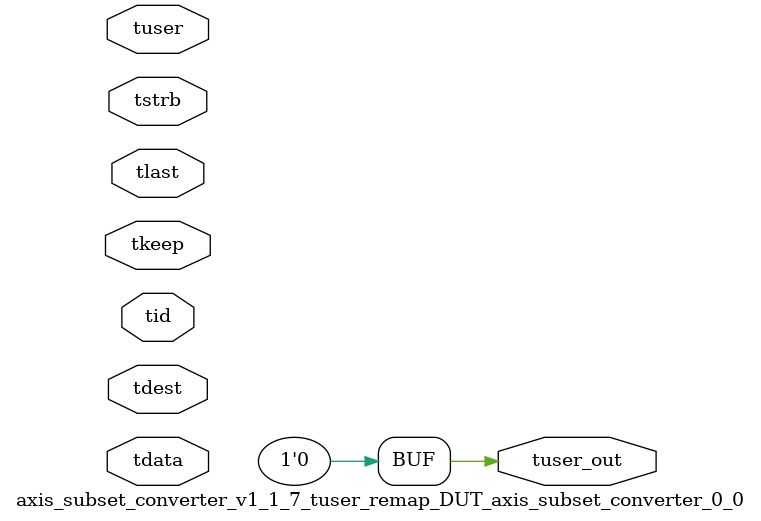
<source format=v>


`timescale 1ps/1ps

module axis_subset_converter_v1_1_7_tuser_remap_DUT_axis_subset_converter_0_0 #
(
parameter C_S_AXIS_TUSER_WIDTH = 1,
parameter C_S_AXIS_TDATA_WIDTH = 32,
parameter C_S_AXIS_TID_WIDTH   = 0,
parameter C_S_AXIS_TDEST_WIDTH = 0,
parameter C_M_AXIS_TUSER_WIDTH = 1
)
(
input  [(C_S_AXIS_TUSER_WIDTH == 0 ? 1 : C_S_AXIS_TUSER_WIDTH)-1:0     ] tuser,
input  [(C_S_AXIS_TDATA_WIDTH == 0 ? 1 : C_S_AXIS_TDATA_WIDTH)-1:0     ] tdata,
input  [(C_S_AXIS_TID_WIDTH   == 0 ? 1 : C_S_AXIS_TID_WIDTH)-1:0       ] tid,
input  [(C_S_AXIS_TDEST_WIDTH == 0 ? 1 : C_S_AXIS_TDEST_WIDTH)-1:0     ] tdest,
input  [(C_S_AXIS_TDATA_WIDTH/8)-1:0 ] tkeep,
input  [(C_S_AXIS_TDATA_WIDTH/8)-1:0 ] tstrb,
input                                                                    tlast,
output [C_M_AXIS_TUSER_WIDTH-1:0] tuser_out
);

assign tuser_out = {1'b0};

endmodule


</source>
